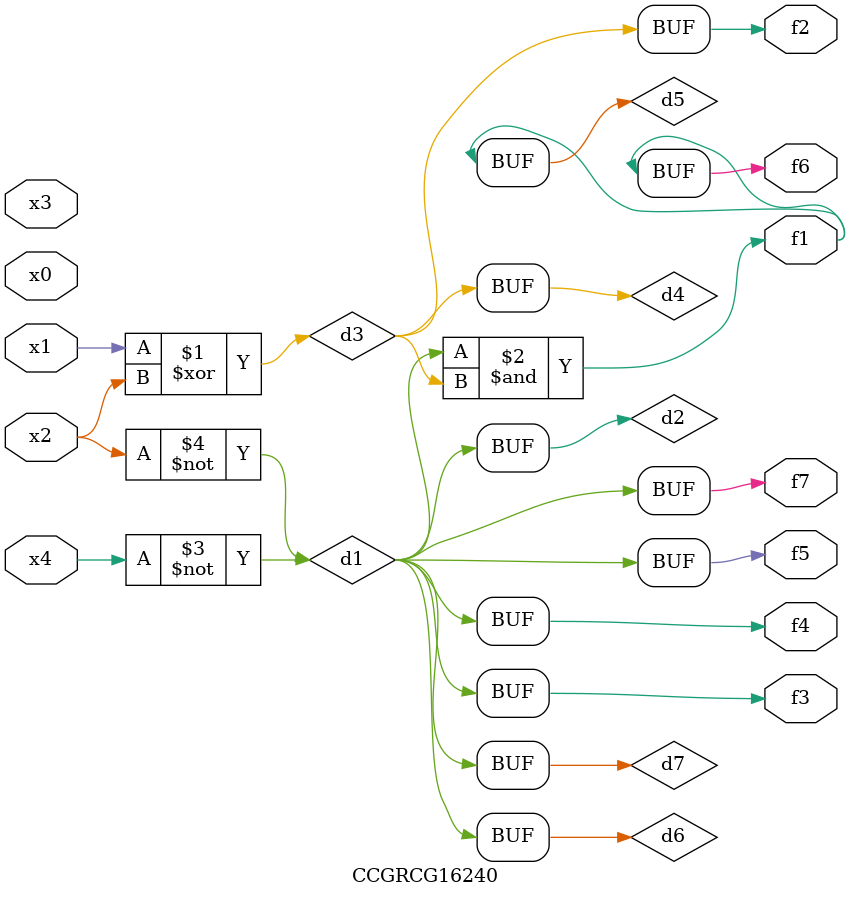
<source format=v>
module CCGRCG16240(
	input x0, x1, x2, x3, x4,
	output f1, f2, f3, f4, f5, f6, f7
);

	wire d1, d2, d3, d4, d5, d6, d7;

	not (d1, x4);
	not (d2, x2);
	xor (d3, x1, x2);
	buf (d4, d3);
	and (d5, d1, d3);
	buf (d6, d1, d2);
	buf (d7, d2);
	assign f1 = d5;
	assign f2 = d4;
	assign f3 = d7;
	assign f4 = d7;
	assign f5 = d7;
	assign f6 = d5;
	assign f7 = d7;
endmodule

</source>
